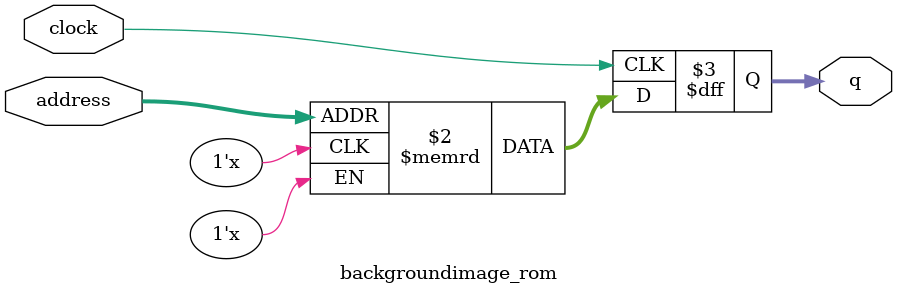
<source format=sv>
module backgroundimage_rom (
	input logic clock,
	input logic [18:0] address,
	output logic [3:0] q
);

logic [3:0] memory [0:307199] /* synthesis ram_init_file = "./backgroundimage/backgroundimage.mif" */;

always_ff @ (posedge clock) begin
	q <= memory[address];
end

endmodule

</source>
